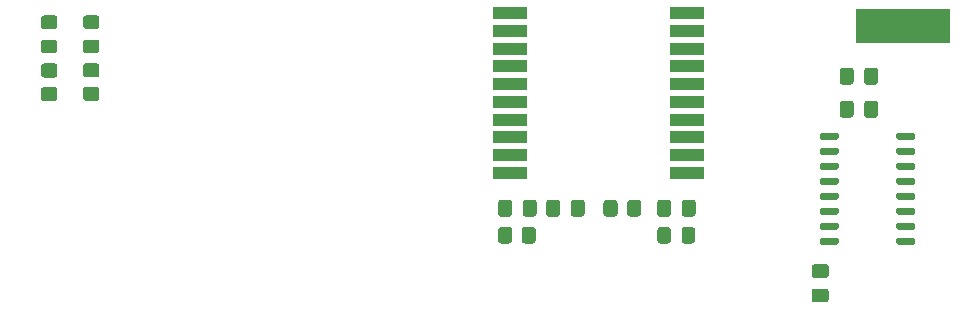
<source format=gtp>
G04 #@! TF.GenerationSoftware,KiCad,Pcbnew,5.1.9+dfsg1-1*
G04 #@! TF.CreationDate,2022-11-10T15:58:18+09:00*
G04 #@! TF.ProjectId,adapter-board,61646170-7465-4722-9d62-6f6172642e6b,rev?*
G04 #@! TF.SameCoordinates,Original*
G04 #@! TF.FileFunction,Paste,Top*
G04 #@! TF.FilePolarity,Positive*
%FSLAX46Y46*%
G04 Gerber Fmt 4.6, Leading zero omitted, Abs format (unit mm)*
G04 Created by KiCad (PCBNEW 5.1.9+dfsg1-1) date 2022-11-10 15:58:18*
%MOMM*%
%LPD*%
G01*
G04 APERTURE LIST*
%ADD10R,3.000000X1.000000*%
%ADD11R,8.000000X3.000000*%
G04 APERTURE END LIST*
D10*
X125850000Y-67818000D03*
X125850000Y-69318000D03*
X125850000Y-70818000D03*
X125850000Y-72318000D03*
X125850000Y-73818000D03*
X125850000Y-75318000D03*
X125850000Y-76818000D03*
X125850000Y-78318000D03*
X125850000Y-79818000D03*
X125850000Y-81318000D03*
X140850000Y-81318000D03*
X140850000Y-79818000D03*
X140850000Y-78318000D03*
X140850000Y-76818000D03*
X140850000Y-75318000D03*
X140850000Y-73818000D03*
X140850000Y-72318000D03*
X140850000Y-70818000D03*
X140850000Y-69318000D03*
X140850000Y-67818000D03*
G36*
G01*
X152108000Y-78382000D02*
X152108000Y-78082000D01*
G75*
G02*
X152258000Y-77932000I150000J0D01*
G01*
X153558000Y-77932000D01*
G75*
G02*
X153708000Y-78082000I0J-150000D01*
G01*
X153708000Y-78382000D01*
G75*
G02*
X153558000Y-78532000I-150000J0D01*
G01*
X152258000Y-78532000D01*
G75*
G02*
X152108000Y-78382000I0J150000D01*
G01*
G37*
G36*
G01*
X152108000Y-79652000D02*
X152108000Y-79352000D01*
G75*
G02*
X152258000Y-79202000I150000J0D01*
G01*
X153558000Y-79202000D01*
G75*
G02*
X153708000Y-79352000I0J-150000D01*
G01*
X153708000Y-79652000D01*
G75*
G02*
X153558000Y-79802000I-150000J0D01*
G01*
X152258000Y-79802000D01*
G75*
G02*
X152108000Y-79652000I0J150000D01*
G01*
G37*
G36*
G01*
X152108000Y-80922000D02*
X152108000Y-80622000D01*
G75*
G02*
X152258000Y-80472000I150000J0D01*
G01*
X153558000Y-80472000D01*
G75*
G02*
X153708000Y-80622000I0J-150000D01*
G01*
X153708000Y-80922000D01*
G75*
G02*
X153558000Y-81072000I-150000J0D01*
G01*
X152258000Y-81072000D01*
G75*
G02*
X152108000Y-80922000I0J150000D01*
G01*
G37*
G36*
G01*
X152108000Y-82192000D02*
X152108000Y-81892000D01*
G75*
G02*
X152258000Y-81742000I150000J0D01*
G01*
X153558000Y-81742000D01*
G75*
G02*
X153708000Y-81892000I0J-150000D01*
G01*
X153708000Y-82192000D01*
G75*
G02*
X153558000Y-82342000I-150000J0D01*
G01*
X152258000Y-82342000D01*
G75*
G02*
X152108000Y-82192000I0J150000D01*
G01*
G37*
G36*
G01*
X152108000Y-83462000D02*
X152108000Y-83162000D01*
G75*
G02*
X152258000Y-83012000I150000J0D01*
G01*
X153558000Y-83012000D01*
G75*
G02*
X153708000Y-83162000I0J-150000D01*
G01*
X153708000Y-83462000D01*
G75*
G02*
X153558000Y-83612000I-150000J0D01*
G01*
X152258000Y-83612000D01*
G75*
G02*
X152108000Y-83462000I0J150000D01*
G01*
G37*
G36*
G01*
X152108000Y-84732000D02*
X152108000Y-84432000D01*
G75*
G02*
X152258000Y-84282000I150000J0D01*
G01*
X153558000Y-84282000D01*
G75*
G02*
X153708000Y-84432000I0J-150000D01*
G01*
X153708000Y-84732000D01*
G75*
G02*
X153558000Y-84882000I-150000J0D01*
G01*
X152258000Y-84882000D01*
G75*
G02*
X152108000Y-84732000I0J150000D01*
G01*
G37*
G36*
G01*
X152108000Y-86002000D02*
X152108000Y-85702000D01*
G75*
G02*
X152258000Y-85552000I150000J0D01*
G01*
X153558000Y-85552000D01*
G75*
G02*
X153708000Y-85702000I0J-150000D01*
G01*
X153708000Y-86002000D01*
G75*
G02*
X153558000Y-86152000I-150000J0D01*
G01*
X152258000Y-86152000D01*
G75*
G02*
X152108000Y-86002000I0J150000D01*
G01*
G37*
G36*
G01*
X152108000Y-87272000D02*
X152108000Y-86972000D01*
G75*
G02*
X152258000Y-86822000I150000J0D01*
G01*
X153558000Y-86822000D01*
G75*
G02*
X153708000Y-86972000I0J-150000D01*
G01*
X153708000Y-87272000D01*
G75*
G02*
X153558000Y-87422000I-150000J0D01*
G01*
X152258000Y-87422000D01*
G75*
G02*
X152108000Y-87272000I0J150000D01*
G01*
G37*
G36*
G01*
X158608000Y-87272000D02*
X158608000Y-86972000D01*
G75*
G02*
X158758000Y-86822000I150000J0D01*
G01*
X160058000Y-86822000D01*
G75*
G02*
X160208000Y-86972000I0J-150000D01*
G01*
X160208000Y-87272000D01*
G75*
G02*
X160058000Y-87422000I-150000J0D01*
G01*
X158758000Y-87422000D01*
G75*
G02*
X158608000Y-87272000I0J150000D01*
G01*
G37*
G36*
G01*
X158608000Y-86002000D02*
X158608000Y-85702000D01*
G75*
G02*
X158758000Y-85552000I150000J0D01*
G01*
X160058000Y-85552000D01*
G75*
G02*
X160208000Y-85702000I0J-150000D01*
G01*
X160208000Y-86002000D01*
G75*
G02*
X160058000Y-86152000I-150000J0D01*
G01*
X158758000Y-86152000D01*
G75*
G02*
X158608000Y-86002000I0J150000D01*
G01*
G37*
G36*
G01*
X158608000Y-84732000D02*
X158608000Y-84432000D01*
G75*
G02*
X158758000Y-84282000I150000J0D01*
G01*
X160058000Y-84282000D01*
G75*
G02*
X160208000Y-84432000I0J-150000D01*
G01*
X160208000Y-84732000D01*
G75*
G02*
X160058000Y-84882000I-150000J0D01*
G01*
X158758000Y-84882000D01*
G75*
G02*
X158608000Y-84732000I0J150000D01*
G01*
G37*
G36*
G01*
X158608000Y-83462000D02*
X158608000Y-83162000D01*
G75*
G02*
X158758000Y-83012000I150000J0D01*
G01*
X160058000Y-83012000D01*
G75*
G02*
X160208000Y-83162000I0J-150000D01*
G01*
X160208000Y-83462000D01*
G75*
G02*
X160058000Y-83612000I-150000J0D01*
G01*
X158758000Y-83612000D01*
G75*
G02*
X158608000Y-83462000I0J150000D01*
G01*
G37*
G36*
G01*
X158608000Y-82192000D02*
X158608000Y-81892000D01*
G75*
G02*
X158758000Y-81742000I150000J0D01*
G01*
X160058000Y-81742000D01*
G75*
G02*
X160208000Y-81892000I0J-150000D01*
G01*
X160208000Y-82192000D01*
G75*
G02*
X160058000Y-82342000I-150000J0D01*
G01*
X158758000Y-82342000D01*
G75*
G02*
X158608000Y-82192000I0J150000D01*
G01*
G37*
G36*
G01*
X158608000Y-80922000D02*
X158608000Y-80622000D01*
G75*
G02*
X158758000Y-80472000I150000J0D01*
G01*
X160058000Y-80472000D01*
G75*
G02*
X160208000Y-80622000I0J-150000D01*
G01*
X160208000Y-80922000D01*
G75*
G02*
X160058000Y-81072000I-150000J0D01*
G01*
X158758000Y-81072000D01*
G75*
G02*
X158608000Y-80922000I0J150000D01*
G01*
G37*
G36*
G01*
X158608000Y-79652000D02*
X158608000Y-79352000D01*
G75*
G02*
X158758000Y-79202000I150000J0D01*
G01*
X160058000Y-79202000D01*
G75*
G02*
X160208000Y-79352000I0J-150000D01*
G01*
X160208000Y-79652000D01*
G75*
G02*
X160058000Y-79802000I-150000J0D01*
G01*
X158758000Y-79802000D01*
G75*
G02*
X158608000Y-79652000I0J150000D01*
G01*
G37*
G36*
G01*
X158608000Y-78382000D02*
X158608000Y-78082000D01*
G75*
G02*
X158758000Y-77932000I150000J0D01*
G01*
X160058000Y-77932000D01*
G75*
G02*
X160208000Y-78082000I0J-150000D01*
G01*
X160208000Y-78382000D01*
G75*
G02*
X160058000Y-78532000I-150000J0D01*
G01*
X158758000Y-78532000D01*
G75*
G02*
X158608000Y-78382000I0J150000D01*
G01*
G37*
G36*
G01*
X86417999Y-70055000D02*
X87318001Y-70055000D01*
G75*
G02*
X87568000Y-70304999I0J-249999D01*
G01*
X87568000Y-70955001D01*
G75*
G02*
X87318001Y-71205000I-249999J0D01*
G01*
X86417999Y-71205000D01*
G75*
G02*
X86168000Y-70955001I0J249999D01*
G01*
X86168000Y-70304999D01*
G75*
G02*
X86417999Y-70055000I249999J0D01*
G01*
G37*
G36*
G01*
X86417999Y-68005000D02*
X87318001Y-68005000D01*
G75*
G02*
X87568000Y-68254999I0J-249999D01*
G01*
X87568000Y-68905001D01*
G75*
G02*
X87318001Y-69155000I-249999J0D01*
G01*
X86417999Y-69155000D01*
G75*
G02*
X86168000Y-68905001I0J249999D01*
G01*
X86168000Y-68254999D01*
G75*
G02*
X86417999Y-68005000I249999J0D01*
G01*
G37*
G36*
G01*
X89973999Y-67996000D02*
X90874001Y-67996000D01*
G75*
G02*
X91124000Y-68245999I0J-249999D01*
G01*
X91124000Y-68896001D01*
G75*
G02*
X90874001Y-69146000I-249999J0D01*
G01*
X89973999Y-69146000D01*
G75*
G02*
X89724000Y-68896001I0J249999D01*
G01*
X89724000Y-68245999D01*
G75*
G02*
X89973999Y-67996000I249999J0D01*
G01*
G37*
G36*
G01*
X89973999Y-70046000D02*
X90874001Y-70046000D01*
G75*
G02*
X91124000Y-70295999I0J-249999D01*
G01*
X91124000Y-70946001D01*
G75*
G02*
X90874001Y-71196000I-249999J0D01*
G01*
X89973999Y-71196000D01*
G75*
G02*
X89724000Y-70946001I0J249999D01*
G01*
X89724000Y-70295999D01*
G75*
G02*
X89973999Y-70046000I249999J0D01*
G01*
G37*
G36*
G01*
X86417999Y-74060000D02*
X87318001Y-74060000D01*
G75*
G02*
X87568000Y-74309999I0J-249999D01*
G01*
X87568000Y-75010001D01*
G75*
G02*
X87318001Y-75260000I-249999J0D01*
G01*
X86417999Y-75260000D01*
G75*
G02*
X86168000Y-75010001I0J249999D01*
G01*
X86168000Y-74309999D01*
G75*
G02*
X86417999Y-74060000I249999J0D01*
G01*
G37*
G36*
G01*
X86417999Y-72060000D02*
X87318001Y-72060000D01*
G75*
G02*
X87568000Y-72309999I0J-249999D01*
G01*
X87568000Y-73010001D01*
G75*
G02*
X87318001Y-73260000I-249999J0D01*
G01*
X86417999Y-73260000D01*
G75*
G02*
X86168000Y-73010001I0J249999D01*
G01*
X86168000Y-72309999D01*
G75*
G02*
X86417999Y-72060000I249999J0D01*
G01*
G37*
G36*
G01*
X89973999Y-72044000D02*
X90874001Y-72044000D01*
G75*
G02*
X91124000Y-72293999I0J-249999D01*
G01*
X91124000Y-72994001D01*
G75*
G02*
X90874001Y-73244000I-249999J0D01*
G01*
X89973999Y-73244000D01*
G75*
G02*
X89724000Y-72994001I0J249999D01*
G01*
X89724000Y-72293999D01*
G75*
G02*
X89973999Y-72044000I249999J0D01*
G01*
G37*
G36*
G01*
X89973999Y-74044000D02*
X90874001Y-74044000D01*
G75*
G02*
X91124000Y-74293999I0J-249999D01*
G01*
X91124000Y-74994001D01*
G75*
G02*
X90874001Y-75244000I-249999J0D01*
G01*
X89973999Y-75244000D01*
G75*
G02*
X89724000Y-74994001I0J249999D01*
G01*
X89724000Y-74293999D01*
G75*
G02*
X89973999Y-74044000I249999J0D01*
G01*
G37*
G36*
G01*
X153801500Y-73627000D02*
X153801500Y-72677000D01*
G75*
G02*
X154051500Y-72427000I250000J0D01*
G01*
X154726500Y-72427000D01*
G75*
G02*
X154976500Y-72677000I0J-250000D01*
G01*
X154976500Y-73627000D01*
G75*
G02*
X154726500Y-73877000I-250000J0D01*
G01*
X154051500Y-73877000D01*
G75*
G02*
X153801500Y-73627000I0J250000D01*
G01*
G37*
G36*
G01*
X155876500Y-73627000D02*
X155876500Y-72677000D01*
G75*
G02*
X156126500Y-72427000I250000J0D01*
G01*
X156801500Y-72427000D01*
G75*
G02*
X157051500Y-72677000I0J-250000D01*
G01*
X157051500Y-73627000D01*
G75*
G02*
X156801500Y-73877000I-250000J0D01*
G01*
X156126500Y-73877000D01*
G75*
G02*
X155876500Y-73627000I0J250000D01*
G01*
G37*
G36*
G01*
X155876500Y-76421000D02*
X155876500Y-75471000D01*
G75*
G02*
X156126500Y-75221000I250000J0D01*
G01*
X156801500Y-75221000D01*
G75*
G02*
X157051500Y-75471000I0J-250000D01*
G01*
X157051500Y-76421000D01*
G75*
G02*
X156801500Y-76671000I-250000J0D01*
G01*
X156126500Y-76671000D01*
G75*
G02*
X155876500Y-76421000I0J250000D01*
G01*
G37*
G36*
G01*
X153801500Y-76421000D02*
X153801500Y-75471000D01*
G75*
G02*
X154051500Y-75221000I250000J0D01*
G01*
X154726500Y-75221000D01*
G75*
G02*
X154976500Y-75471000I0J-250000D01*
G01*
X154976500Y-76421000D01*
G75*
G02*
X154726500Y-76671000I-250000J0D01*
G01*
X154051500Y-76671000D01*
G75*
G02*
X153801500Y-76421000I0J250000D01*
G01*
G37*
D11*
X159146000Y-68900000D03*
G36*
G01*
X152621000Y-92303000D02*
X151671000Y-92303000D01*
G75*
G02*
X151421000Y-92053000I0J250000D01*
G01*
X151421000Y-91378000D01*
G75*
G02*
X151671000Y-91128000I250000J0D01*
G01*
X152621000Y-91128000D01*
G75*
G02*
X152871000Y-91378000I0J-250000D01*
G01*
X152871000Y-92053000D01*
G75*
G02*
X152621000Y-92303000I-250000J0D01*
G01*
G37*
G36*
G01*
X152621000Y-90228000D02*
X151671000Y-90228000D01*
G75*
G02*
X151421000Y-89978000I0J250000D01*
G01*
X151421000Y-89303000D01*
G75*
G02*
X151671000Y-89053000I250000J0D01*
G01*
X152621000Y-89053000D01*
G75*
G02*
X152871000Y-89303000I0J-250000D01*
G01*
X152871000Y-89978000D01*
G75*
G02*
X152621000Y-90228000I-250000J0D01*
G01*
G37*
G36*
G01*
X130127500Y-83853000D02*
X130127500Y-84803000D01*
G75*
G02*
X129877500Y-85053000I-250000J0D01*
G01*
X129202500Y-85053000D01*
G75*
G02*
X128952500Y-84803000I0J250000D01*
G01*
X128952500Y-83853000D01*
G75*
G02*
X129202500Y-83603000I250000J0D01*
G01*
X129877500Y-83603000D01*
G75*
G02*
X130127500Y-83853000I0J-250000D01*
G01*
G37*
G36*
G01*
X132202500Y-83853000D02*
X132202500Y-84803000D01*
G75*
G02*
X131952500Y-85053000I-250000J0D01*
G01*
X131277500Y-85053000D01*
G75*
G02*
X131027500Y-84803000I0J250000D01*
G01*
X131027500Y-83853000D01*
G75*
G02*
X131277500Y-83603000I250000J0D01*
G01*
X131952500Y-83603000D01*
G75*
G02*
X132202500Y-83853000I0J-250000D01*
G01*
G37*
G36*
G01*
X124888500Y-84803000D02*
X124888500Y-83853000D01*
G75*
G02*
X125138500Y-83603000I250000J0D01*
G01*
X125813500Y-83603000D01*
G75*
G02*
X126063500Y-83853000I0J-250000D01*
G01*
X126063500Y-84803000D01*
G75*
G02*
X125813500Y-85053000I-250000J0D01*
G01*
X125138500Y-85053000D01*
G75*
G02*
X124888500Y-84803000I0J250000D01*
G01*
G37*
G36*
G01*
X126963500Y-84803000D02*
X126963500Y-83853000D01*
G75*
G02*
X127213500Y-83603000I250000J0D01*
G01*
X127888500Y-83603000D01*
G75*
G02*
X128138500Y-83853000I0J-250000D01*
G01*
X128138500Y-84803000D01*
G75*
G02*
X127888500Y-85053000I-250000J0D01*
G01*
X127213500Y-85053000D01*
G75*
G02*
X126963500Y-84803000I0J250000D01*
G01*
G37*
G36*
G01*
X124876000Y-87064001D02*
X124876000Y-86163999D01*
G75*
G02*
X125125999Y-85914000I249999J0D01*
G01*
X125826001Y-85914000D01*
G75*
G02*
X126076000Y-86163999I0J-249999D01*
G01*
X126076000Y-87064001D01*
G75*
G02*
X125826001Y-87314000I-249999J0D01*
G01*
X125125999Y-87314000D01*
G75*
G02*
X124876000Y-87064001I0J249999D01*
G01*
G37*
G36*
G01*
X126876000Y-87064001D02*
X126876000Y-86163999D01*
G75*
G02*
X127125999Y-85914000I249999J0D01*
G01*
X127826001Y-85914000D01*
G75*
G02*
X128076000Y-86163999I0J-249999D01*
G01*
X128076000Y-87064001D01*
G75*
G02*
X127826001Y-87314000I-249999J0D01*
G01*
X127125999Y-87314000D01*
G75*
G02*
X126876000Y-87064001I0J249999D01*
G01*
G37*
G36*
G01*
X138350500Y-84803000D02*
X138350500Y-83853000D01*
G75*
G02*
X138600500Y-83603000I250000J0D01*
G01*
X139275500Y-83603000D01*
G75*
G02*
X139525500Y-83853000I0J-250000D01*
G01*
X139525500Y-84803000D01*
G75*
G02*
X139275500Y-85053000I-250000J0D01*
G01*
X138600500Y-85053000D01*
G75*
G02*
X138350500Y-84803000I0J250000D01*
G01*
G37*
G36*
G01*
X140425500Y-84803000D02*
X140425500Y-83853000D01*
G75*
G02*
X140675500Y-83603000I250000J0D01*
G01*
X141350500Y-83603000D01*
G75*
G02*
X141600500Y-83853000I0J-250000D01*
G01*
X141600500Y-84803000D01*
G75*
G02*
X141350500Y-85053000I-250000J0D01*
G01*
X140675500Y-85053000D01*
G75*
G02*
X140425500Y-84803000I0J250000D01*
G01*
G37*
G36*
G01*
X141563000Y-86163999D02*
X141563000Y-87064001D01*
G75*
G02*
X141313001Y-87314000I-249999J0D01*
G01*
X140662999Y-87314000D01*
G75*
G02*
X140413000Y-87064001I0J249999D01*
G01*
X140413000Y-86163999D01*
G75*
G02*
X140662999Y-85914000I249999J0D01*
G01*
X141313001Y-85914000D01*
G75*
G02*
X141563000Y-86163999I0J-249999D01*
G01*
G37*
G36*
G01*
X139513000Y-86163999D02*
X139513000Y-87064001D01*
G75*
G02*
X139263001Y-87314000I-249999J0D01*
G01*
X138612999Y-87314000D01*
G75*
G02*
X138363000Y-87064001I0J249999D01*
G01*
X138363000Y-86163999D01*
G75*
G02*
X138612999Y-85914000I249999J0D01*
G01*
X139263001Y-85914000D01*
G75*
G02*
X139513000Y-86163999I0J-249999D01*
G01*
G37*
G36*
G01*
X133798000Y-84778001D02*
X133798000Y-83877999D01*
G75*
G02*
X134047999Y-83628000I249999J0D01*
G01*
X134748001Y-83628000D01*
G75*
G02*
X134998000Y-83877999I0J-249999D01*
G01*
X134998000Y-84778001D01*
G75*
G02*
X134748001Y-85028000I-249999J0D01*
G01*
X134047999Y-85028000D01*
G75*
G02*
X133798000Y-84778001I0J249999D01*
G01*
G37*
G36*
G01*
X135798000Y-84778001D02*
X135798000Y-83877999D01*
G75*
G02*
X136047999Y-83628000I249999J0D01*
G01*
X136748001Y-83628000D01*
G75*
G02*
X136998000Y-83877999I0J-249999D01*
G01*
X136998000Y-84778001D01*
G75*
G02*
X136748001Y-85028000I-249999J0D01*
G01*
X136047999Y-85028000D01*
G75*
G02*
X135798000Y-84778001I0J249999D01*
G01*
G37*
M02*

</source>
